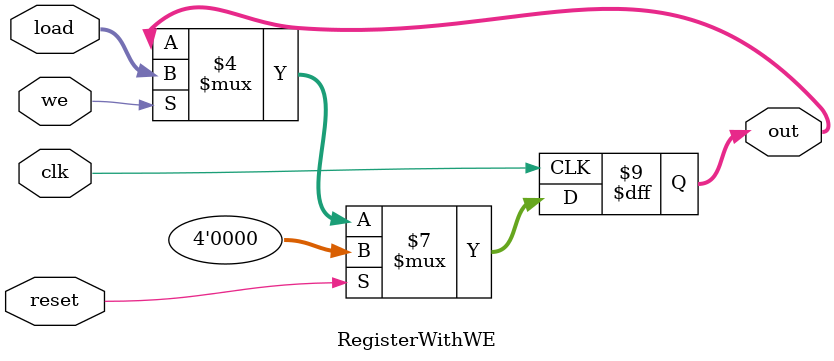
<source format=v>

module RegisterWithWE #(parameter W= 4) (clk, reset, we, load, out);

	input clk, reset, we;
	input [W-1:0] load;
	output reg [W-1:0] out;

	always @ (posedge clk)
	begin
		if(reset == 1) begin
			out <= 0;
		end else begin
			if(we == 1) begin
				out <= load;
			end
		end
	
	end
endmodule

</source>
